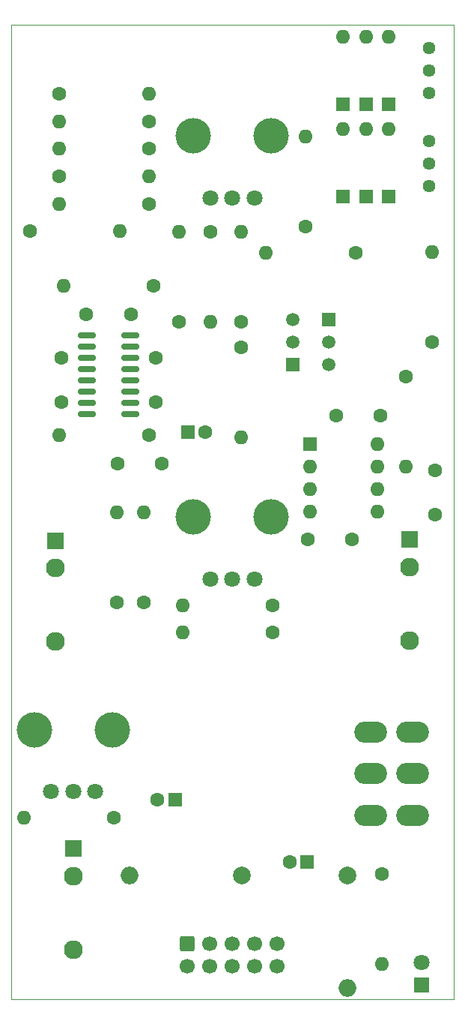
<source format=gbs>
G04 #@! TF.GenerationSoftware,KiCad,Pcbnew,(6.0.6)*
G04 #@! TF.CreationDate,2022-10-26T13:54:03+02:00*
G04 #@! TF.ProjectId,MS20-VCF,4d533230-2d56-4434-962e-6b696361645f,rev?*
G04 #@! TF.SameCoordinates,Original*
G04 #@! TF.FileFunction,Soldermask,Bot*
G04 #@! TF.FilePolarity,Negative*
%FSLAX46Y46*%
G04 Gerber Fmt 4.6, Leading zero omitted, Abs format (unit mm)*
G04 Created by KiCad (PCBNEW (6.0.6)) date 2022-10-26 13:54:03*
%MOMM*%
%LPD*%
G01*
G04 APERTURE LIST*
G04 Aperture macros list*
%AMRoundRect*
0 Rectangle with rounded corners*
0 $1 Rounding radius*
0 $2 $3 $4 $5 $6 $7 $8 $9 X,Y pos of 4 corners*
0 Add a 4 corners polygon primitive as box body*
4,1,4,$2,$3,$4,$5,$6,$7,$8,$9,$2,$3,0*
0 Add four circle primitives for the rounded corners*
1,1,$1+$1,$2,$3*
1,1,$1+$1,$4,$5*
1,1,$1+$1,$6,$7*
1,1,$1+$1,$8,$9*
0 Add four rect primitives between the rounded corners*
20,1,$1+$1,$2,$3,$4,$5,0*
20,1,$1+$1,$4,$5,$6,$7,0*
20,1,$1+$1,$6,$7,$8,$9,0*
20,1,$1+$1,$8,$9,$2,$3,0*%
G04 Aperture macros list end*
G04 #@! TA.AperFunction,Profile*
%ADD10C,0.050000*%
G04 #@! TD*
%ADD11C,1.600000*%
%ADD12C,4.000000*%
%ADD13C,1.800000*%
%ADD14R,1.600000X1.600000*%
%ADD15O,1.600000X1.600000*%
%ADD16R,1.930000X1.830000*%
%ADD17C,2.130000*%
%ADD18R,1.500000X1.500000*%
%ADD19C,1.500000*%
%ADD20O,3.700000X2.400000*%
%ADD21R,1.800000X1.800000*%
%ADD22C,2.000000*%
%ADD23O,2.000000X2.000000*%
%ADD24RoundRect,0.250000X-0.600000X0.600000X-0.600000X-0.600000X0.600000X-0.600000X0.600000X0.600000X0*%
%ADD25C,1.700000*%
%ADD26C,1.440000*%
%ADD27RoundRect,0.150000X-0.825000X-0.150000X0.825000X-0.150000X0.825000X0.150000X-0.825000X0.150000X0*%
G04 APERTURE END LIST*
D10*
X85000000Y-36500000D02*
X85000000Y-146500000D01*
X35000000Y-36500000D02*
X85000000Y-36500000D01*
X35000000Y-36500000D02*
X35000000Y-146500000D01*
X35000000Y-146500000D02*
X85000000Y-146500000D01*
D11*
X82900000Y-86800000D03*
X82900000Y-91800000D03*
D12*
X46400000Y-116050000D03*
X37600000Y-116050000D03*
D13*
X44500000Y-123050000D03*
X42000000Y-123050000D03*
X39500000Y-123050000D03*
D12*
X55600000Y-49050000D03*
X64400000Y-49050000D03*
D13*
X62500000Y-56050000D03*
X60000000Y-56050000D03*
X57500000Y-56050000D03*
D14*
X77700000Y-45460000D03*
D15*
X77700000Y-37840000D03*
D14*
X77700000Y-55860000D03*
D15*
X77700000Y-48240000D03*
D14*
X75100000Y-45460000D03*
D15*
X75100000Y-37840000D03*
D14*
X75100000Y-55860000D03*
D15*
X75100000Y-48240000D03*
D14*
X72500000Y-45460000D03*
D15*
X72500000Y-37840000D03*
D14*
X72500000Y-55860000D03*
D15*
X72500000Y-48240000D03*
D16*
X42000000Y-129500000D03*
D17*
X42000000Y-140900000D03*
X42000000Y-132600000D03*
D16*
X40000000Y-94720000D03*
D17*
X40000000Y-106120000D03*
X40000000Y-97820000D03*
D16*
X80000000Y-94600000D03*
D17*
X80000000Y-106000000D03*
X80000000Y-97700000D03*
D18*
X66800000Y-74840000D03*
D19*
X66800000Y-72300000D03*
X66800000Y-69760000D03*
D18*
X70900000Y-69760000D03*
D19*
X70900000Y-72300000D03*
X70900000Y-74840000D03*
D11*
X57500000Y-59840000D03*
D15*
X57500000Y-70000000D03*
D11*
X50000000Y-101660000D03*
D15*
X50000000Y-91500000D03*
D11*
X50560000Y-82800000D03*
D15*
X40400000Y-82800000D03*
D11*
X54000000Y-70000000D03*
D15*
X54000000Y-59840000D03*
D11*
X61000000Y-70000000D03*
D15*
X61000000Y-59840000D03*
D11*
X73980000Y-62200000D03*
D15*
X63820000Y-62200000D03*
D11*
X51080000Y-66000000D03*
D15*
X40920000Y-66000000D03*
D11*
X50560000Y-50500000D03*
D15*
X40400000Y-50500000D03*
D11*
X50560000Y-56700000D03*
D15*
X40400000Y-56700000D03*
D11*
X46580000Y-126000000D03*
D15*
X36420000Y-126000000D03*
D11*
X68300000Y-59300000D03*
D15*
X68300000Y-49140000D03*
D11*
X40400000Y-53600000D03*
D15*
X50560000Y-53600000D03*
D11*
X50560000Y-47400000D03*
D15*
X40400000Y-47400000D03*
D11*
X40400000Y-44300000D03*
D15*
X50560000Y-44300000D03*
D11*
X82600000Y-72280000D03*
D15*
X82600000Y-62120000D03*
D11*
X64580000Y-105100000D03*
D15*
X54420000Y-105100000D03*
D11*
X64580000Y-102000000D03*
D15*
X54420000Y-102000000D03*
D12*
X64400000Y-92050000D03*
X55600000Y-92050000D03*
D13*
X62500000Y-99050000D03*
X60000000Y-99050000D03*
X57500000Y-99050000D03*
D20*
X75600000Y-116300000D03*
X75600000Y-121000000D03*
X75600000Y-125700000D03*
X80400000Y-116300000D03*
X80400000Y-121000000D03*
X80400000Y-125700000D03*
D11*
X79600000Y-76220000D03*
D15*
X79600000Y-86380000D03*
D14*
X68800000Y-83800000D03*
D15*
X68800000Y-86340000D03*
X68800000Y-88880000D03*
X68800000Y-91420000D03*
X76420000Y-91420000D03*
X76420000Y-88880000D03*
X76420000Y-86340000D03*
X76420000Y-83800000D03*
D11*
X43500000Y-69200000D03*
X48500000Y-69200000D03*
X46900000Y-101660000D03*
D15*
X46900000Y-91500000D03*
D11*
X37100000Y-59800000D03*
D15*
X47260000Y-59800000D03*
D11*
X61000000Y-72920000D03*
D15*
X61000000Y-83080000D03*
D11*
X76700000Y-80600000D03*
X71700000Y-80600000D03*
X73500000Y-94600000D03*
X68500000Y-94600000D03*
D14*
X68455112Y-131000000D03*
D11*
X66455112Y-131000000D03*
D14*
X53500000Y-124000000D03*
D11*
X51500000Y-124000000D03*
D14*
X54944888Y-82500000D03*
D11*
X56944888Y-82500000D03*
D21*
X81400000Y-144875000D03*
D13*
X81400000Y-142335000D03*
D22*
X61050000Y-132500000D03*
D23*
X48350000Y-132500000D03*
D24*
X54925000Y-140247500D03*
D25*
X54925000Y-142787500D03*
X57465000Y-140247500D03*
X57465000Y-142787500D03*
X60005000Y-140247500D03*
X60005000Y-142787500D03*
X62545000Y-140247500D03*
X62545000Y-142787500D03*
X65085000Y-140247500D03*
X65085000Y-142787500D03*
D26*
X82200000Y-44180000D03*
X82200000Y-41640000D03*
X82200000Y-39100000D03*
X82200000Y-54720000D03*
X82200000Y-52180000D03*
X82200000Y-49640000D03*
D11*
X76900000Y-132320000D03*
D15*
X76900000Y-142480000D03*
D22*
X73000000Y-132500000D03*
D23*
X73000000Y-145200000D03*
D27*
X43525000Y-80445000D03*
X43525000Y-79175000D03*
X43525000Y-77905000D03*
X43525000Y-76635000D03*
X43525000Y-75365000D03*
X43525000Y-74095000D03*
X43525000Y-72825000D03*
X43525000Y-71555000D03*
X48475000Y-71555000D03*
X48475000Y-72825000D03*
X48475000Y-74095000D03*
X48475000Y-75365000D03*
X48475000Y-76635000D03*
X48475000Y-77905000D03*
X48475000Y-79175000D03*
X48475000Y-80445000D03*
D11*
X47000000Y-86000000D03*
X52000000Y-86000000D03*
X51300000Y-74100000D03*
X51300000Y-79100000D03*
X40700000Y-79100000D03*
X40700000Y-74100000D03*
M02*

</source>
